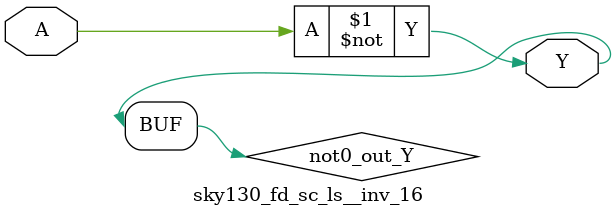
<source format=v>
/*
 * Copyright 2020 The SkyWater PDK Authors
 *
 * Licensed under the Apache License, Version 2.0 (the "License");
 * you may not use this file except in compliance with the License.
 * You may obtain a copy of the License at
 *
 *     https://www.apache.org/licenses/LICENSE-2.0
 *
 * Unless required by applicable law or agreed to in writing, software
 * distributed under the License is distributed on an "AS IS" BASIS,
 * WITHOUT WARRANTIES OR CONDITIONS OF ANY KIND, either express or implied.
 * See the License for the specific language governing permissions and
 * limitations under the License.
 *
 * SPDX-License-Identifier: Apache-2.0
*/


`ifndef SKY130_FD_SC_LS__INV_16_FUNCTIONAL_V
`define SKY130_FD_SC_LS__INV_16_FUNCTIONAL_V

/**
 * inv: Inverter.
 *
 * Verilog simulation functional model.
 */

`timescale 1ns / 1ps
`default_nettype none

`celldefine
module sky130_fd_sc_ls__inv_16 (
    Y,
    A
);

    // Module ports
    output Y;
    input  A;

    // Local signals
    wire not0_out_Y;

    //  Name  Output      Other arguments
    not not0 (not0_out_Y, A              );
    buf buf0 (Y         , not0_out_Y     );

endmodule
`endcelldefine

`default_nettype wire
`endif  // SKY130_FD_SC_LS__INV_16_FUNCTIONAL_V

</source>
